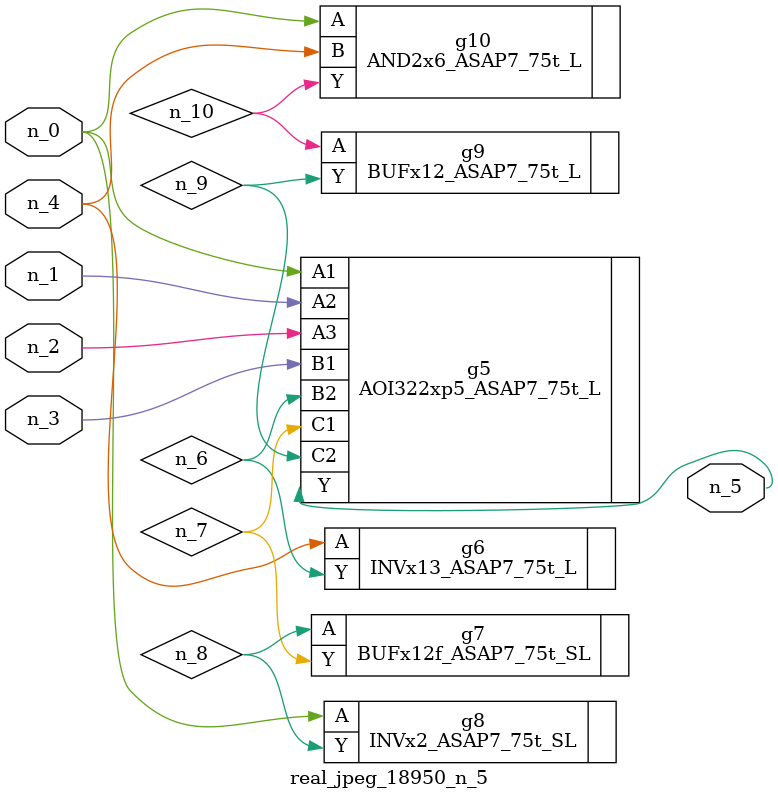
<source format=v>
module real_jpeg_18950_n_5 (n_4, n_0, n_1, n_2, n_3, n_5);

input n_4;
input n_0;
input n_1;
input n_2;
input n_3;

output n_5;

wire n_8;
wire n_6;
wire n_7;
wire n_10;
wire n_9;

AOI322xp5_ASAP7_75t_L g5 ( 
.A1(n_0),
.A2(n_1),
.A3(n_2),
.B1(n_3),
.B2(n_6),
.C1(n_7),
.C2(n_9),
.Y(n_5)
);

INVx2_ASAP7_75t_SL g8 ( 
.A(n_0),
.Y(n_8)
);

AND2x6_ASAP7_75t_L g10 ( 
.A(n_0),
.B(n_4),
.Y(n_10)
);

INVx13_ASAP7_75t_L g6 ( 
.A(n_4),
.Y(n_6)
);

BUFx12f_ASAP7_75t_SL g7 ( 
.A(n_8),
.Y(n_7)
);

BUFx12_ASAP7_75t_L g9 ( 
.A(n_10),
.Y(n_9)
);


endmodule
</source>
